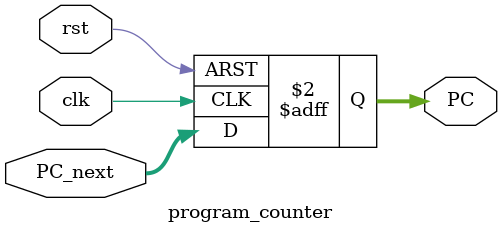
<source format=v>
`timescale 1ns / 1ps


module program_counter #(parameter N = 32)(
    input  clk, rst,
    input  [N-1:0] PC_next,
    output reg [N-1:0] PC
    );

    always @(posedge clk or posedge rst) begin
        if(rst) PC <= {32{1'b0}};
        else    PC <= PC_next;
    end
endmodule
</source>
